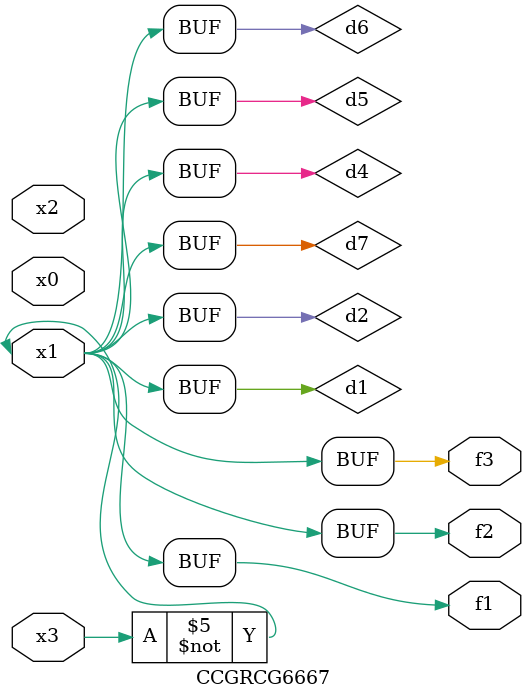
<source format=v>
module CCGRCG6667(
	input x0, x1, x2, x3,
	output f1, f2, f3
);

	wire d1, d2, d3, d4, d5, d6, d7;

	not (d1, x3);
	buf (d2, x1);
	xnor (d3, d1, d2);
	nor (d4, d1);
	buf (d5, d1, d2);
	buf (d6, d4, d5);
	nand (d7, d4);
	assign f1 = d6;
	assign f2 = d7;
	assign f3 = d6;
endmodule

</source>
